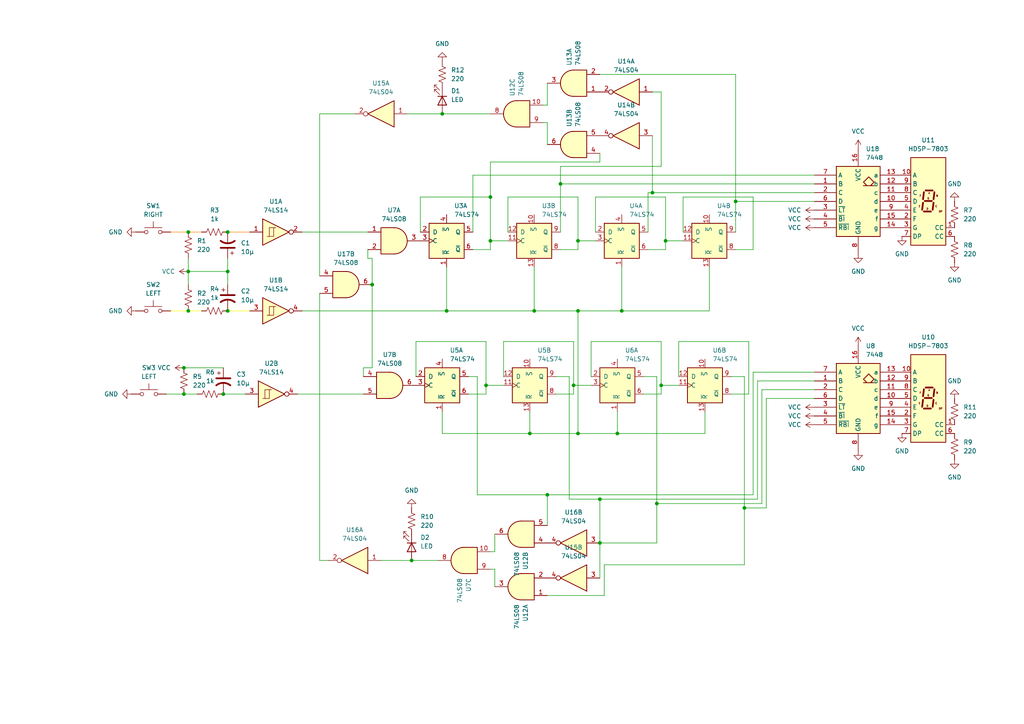
<source format=kicad_sch>
(kicad_sch (version 20231120) (generator "eeschema") (generator_version "8.0")
  (paper "A4")
  (lib_symbols
    (symbol "74xx:74LS04"
      (property "Reference" "U" (at 0 1.27 0))
      (property "Value" "74LS04" (at 0 -1.27 0))
      (symbol "74LS04_1_0"
        (polyline (pts (xy -3.81 3.81) (xy -3.81 -3.81) (xy 3.81 0) (xy -3.81 3.81)) (stroke (width 0.254)) (fill (type background)))
        (pin input line (at -7.62 0 0) (length 3.81) (name "~") (number "1"))
        (pin output inverted (at 7.62 0 180) (length 3.81) (name "~") (number "2"))
      )
      (symbol "74LS04_2_0"
        (polyline (pts (xy -3.81 3.81) (xy -3.81 -3.81) (xy 3.81 0) (xy -3.81 3.81)) (stroke (width 0.254)) (fill (type background)))
        (pin input line (at -7.62 0 0) (length 3.81) (name "~") (number "3"))
        (pin output inverted (at 7.62 0 180) (length 3.81) (name "~") (number "4"))
      )
      (symbol "74LS04_3_0"
        (polyline (pts (xy -3.81 3.81) (xy -3.81 -3.81) (xy 3.81 0) (xy -3.81 3.81)) (stroke (width 0.254)) (fill (type background)))
        (pin input line (at -7.62 0 0) (length 3.81) (name "~") (number "5"))
        (pin output inverted (at 7.62 0 180) (length 3.81) (name "~") (number "6"))
      )
      (symbol "74LS04_4_0"
        (polyline (pts (xy -3.81 3.81) (xy -3.81 -3.81) (xy 3.81 0) (xy -3.81 3.81)) (stroke (width 0.254)) (fill (type background)))
        (pin output inverted (at 7.62 0 180) (length 3.81) (name "~") (number "8"))
        (pin input line (at -7.62 0 0) (length 3.81) (name "~") (number "9"))
      )
      (symbol "74LS04_5_0"
        (polyline (pts (xy -3.81 3.81) (xy -3.81 -3.81) (xy 3.81 0) (xy -3.81 3.81)) (stroke (width 0.254)) (fill (type background)))
        (pin output inverted (at 7.62 0 180) (length 3.81) (name "~") (number "10"))
        (pin input line (at -7.62 0 0) (length 3.81) (name "~") (number "11"))
      )
      (symbol "74LS04_6_0"
        (polyline (pts (xy -3.81 3.81) (xy -3.81 -3.81) (xy 3.81 0) (xy -3.81 3.81)) (stroke (width 0.254)) (fill (type background)))
        (pin output inverted (at 7.62 0 180) (length 3.81) (name "~") (number "12"))
        (pin input line (at -7.62 0 0) (length 3.81) (name "~") (number "13"))
      )
      (symbol "74LS04_7_0"
        (pin power_in line (at 0 12.7 270) (length 5.08) (name "VCC") (number "14"))
        (pin power_in line (at 0 -12.7 90) (length 5.08) (name "GND") (number "7"))
      )
      (symbol "74LS04_7_1"
        (rectangle (start -5.08 7.62) (end 5.08 -7.62) (stroke (width 0.254)) (fill (type background)))
      )
    )
    (symbol "74xx:74LS08" (pin_names (offset 1.016))
      (property "Reference" "U" (at 0 1.27 0))
      (property "Value" "74LS08" (at 0 -1.27 0))
      (symbol "74LS08_1_1"
        (arc (start 0 -3.81) (mid 3.7934 0) (end 0 3.81) (stroke (width 0.254)) (fill (type background)))
        (polyline (pts (xy 0 3.81) (xy -3.81 3.81) (xy -3.81 -3.81) (xy 0 -3.81)) (stroke (width 0.254)) (fill (type background)))
        (pin input line (at -7.62 2.54 0) (length 3.81) (name "~") (number "1"))
        (pin input line (at -7.62 -2.54 0) (length 3.81) (name "~") (number "2"))
        (pin output line (at 7.62 0 180) (length 3.81) (name "~") (number "3"))
      )
      (symbol "74LS08_1_2"
        (arc (start -3.81 -3.81) (mid -2.589 0) (end -3.81 3.81) (stroke (width 0.254)))
        (arc (start -0.6096 -3.81) (mid 2.1842 -2.5851) (end 3.81 0) (stroke (width 0.254)) (fill (type background)))
        (polyline (pts (xy -3.81 -3.81) (xy -0.635 -3.81)) (stroke (width 0.254)) (fill (type background)))
        (polyline (pts (xy -3.81 3.81) (xy -0.635 3.81)) (stroke (width 0.254)) (fill (type background)))
        (polyline (pts (xy -0.635 3.81) (xy -3.81 3.81) (xy -3.81 3.81) (xy -3.556 3.4036) (xy -3.0226 2.2606) (xy -2.6924 1.0414) (xy -2.6162 -0.254) (xy -2.7686 -1.4986) (xy -3.175 -2.7178) (xy -3.81 -3.81) (xy -3.81 -3.81) (xy -0.635 -3.81)) (stroke (width -25.4)) (fill (type background)))
        (arc (start 3.81 0) (mid 2.1915 2.5936) (end -0.6096 3.81) (stroke (width 0.254)) (fill (type background)))
        (pin input inverted (at -7.62 2.54 0) (length 4.318) (name "~") (number "1"))
        (pin input inverted (at -7.62 -2.54 0) (length 4.318) (name "~") (number "2"))
        (pin output inverted (at 7.62 0 180) (length 3.81) (name "~") (number "3"))
      )
      (symbol "74LS08_2_1"
        (arc (start 0 -3.81) (mid 3.7934 0) (end 0 3.81) (stroke (width 0.254)) (fill (type background)))
        (polyline (pts (xy 0 3.81) (xy -3.81 3.81) (xy -3.81 -3.81) (xy 0 -3.81)) (stroke (width 0.254)) (fill (type background)))
        (pin input line (at -7.62 2.54 0) (length 3.81) (name "~") (number "4"))
        (pin input line (at -7.62 -2.54 0) (length 3.81) (name "~") (number "5"))
        (pin output line (at 7.62 0 180) (length 3.81) (name "~") (number "6"))
      )
      (symbol "74LS08_2_2"
        (arc (start -3.81 -3.81) (mid -2.589 0) (end -3.81 3.81) (stroke (width 0.254)))
        (arc (start -0.6096 -3.81) (mid 2.1842 -2.5851) (end 3.81 0) (stroke (width 0.254)) (fill (type background)))
        (polyline (pts (xy -3.81 -3.81) (xy -0.635 -3.81)) (stroke (width 0.254)) (fill (type background)))
        (polyline (pts (xy -3.81 3.81) (xy -0.635 3.81)) (stroke (width 0.254)) (fill (type background)))
        (polyline (pts (xy -0.635 3.81) (xy -3.81 3.81) (xy -3.81 3.81) (xy -3.556 3.4036) (xy -3.0226 2.2606) (xy -2.6924 1.0414) (xy -2.6162 -0.254) (xy -2.7686 -1.4986) (xy -3.175 -2.7178) (xy -3.81 -3.81) (xy -3.81 -3.81) (xy -0.635 -3.81)) (stroke (width -25.4)) (fill (type background)))
        (arc (start 3.81 0) (mid 2.1915 2.5936) (end -0.6096 3.81) (stroke (width 0.254)) (fill (type background)))
        (pin input inverted (at -7.62 2.54 0) (length 4.318) (name "~") (number "4"))
        (pin input inverted (at -7.62 -2.54 0) (length 4.318) (name "~") (number "5"))
        (pin output inverted (at 7.62 0 180) (length 3.81) (name "~") (number "6"))
      )
      (symbol "74LS08_3_1"
        (arc (start 0 -3.81) (mid 3.7934 0) (end 0 3.81) (stroke (width 0.254)) (fill (type background)))
        (polyline (pts (xy 0 3.81) (xy -3.81 3.81) (xy -3.81 -3.81) (xy 0 -3.81)) (stroke (width 0.254)) (fill (type background)))
        (pin input line (at -7.62 -2.54 0) (length 3.81) (name "~") (number "10"))
        (pin output line (at 7.62 0 180) (length 3.81) (name "~") (number "8"))
        (pin input line (at -7.62 2.54 0) (length 3.81) (name "~") (number "9"))
      )
      (symbol "74LS08_3_2"
        (arc (start -3.81 -3.81) (mid -2.589 0) (end -3.81 3.81) (stroke (width 0.254)))
        (arc (start -0.6096 -3.81) (mid 2.1842 -2.5851) (end 3.81 0) (stroke (width 0.254)) (fill (type background)))
        (polyline (pts (xy -3.81 -3.81) (xy -0.635 -3.81)) (stroke (width 0.254)) (fill (type background)))
        (polyline (pts (xy -3.81 3.81) (xy -0.635 3.81)) (stroke (width 0.254)) (fill (type background)))
        (polyline (pts (xy -0.635 3.81) (xy -3.81 3.81) (xy -3.81 3.81) (xy -3.556 3.4036) (xy -3.0226 2.2606) (xy -2.6924 1.0414) (xy -2.6162 -0.254) (xy -2.7686 -1.4986) (xy -3.175 -2.7178) (xy -3.81 -3.81) (xy -3.81 -3.81) (xy -0.635 -3.81)) (stroke (width -25.4)) (fill (type background)))
        (arc (start 3.81 0) (mid 2.1915 2.5936) (end -0.6096 3.81) (stroke (width 0.254)) (fill (type background)))
        (pin input inverted (at -7.62 -2.54 0) (length 4.318) (name "~") (number "10"))
        (pin output inverted (at 7.62 0 180) (length 3.81) (name "~") (number "8"))
        (pin input inverted (at -7.62 2.54 0) (length 4.318) (name "~") (number "9"))
      )
      (symbol "74LS08_4_1"
        (arc (start 0 -3.81) (mid 3.7934 0) (end 0 3.81) (stroke (width 0.254)) (fill (type background)))
        (polyline (pts (xy 0 3.81) (xy -3.81 3.81) (xy -3.81 -3.81) (xy 0 -3.81)) (stroke (width 0.254)) (fill (type background)))
        (pin output line (at 7.62 0 180) (length 3.81) (name "~") (number "11"))
        (pin input line (at -7.62 2.54 0) (length 3.81) (name "~") (number "12"))
        (pin input line (at -7.62 -2.54 0) (length 3.81) (name "~") (number "13"))
      )
      (symbol "74LS08_4_2"
        (arc (start -3.81 -3.81) (mid -2.589 0) (end -3.81 3.81) (stroke (width 0.254)))
        (arc (start -0.6096 -3.81) (mid 2.1842 -2.5851) (end 3.81 0) (stroke (width 0.254)) (fill (type background)))
        (polyline (pts (xy -3.81 -3.81) (xy -0.635 -3.81)) (stroke (width 0.254)) (fill (type background)))
        (polyline (pts (xy -3.81 3.81) (xy -0.635 3.81)) (stroke (width 0.254)) (fill (type background)))
        (polyline (pts (xy -0.635 3.81) (xy -3.81 3.81) (xy -3.81 3.81) (xy -3.556 3.4036) (xy -3.0226 2.2606) (xy -2.6924 1.0414) (xy -2.6162 -0.254) (xy -2.7686 -1.4986) (xy -3.175 -2.7178) (xy -3.81 -3.81) (xy -3.81 -3.81) (xy -0.635 -3.81)) (stroke (width -25.4)) (fill (type background)))
        (arc (start 3.81 0) (mid 2.1915 2.5936) (end -0.6096 3.81) (stroke (width 0.254)) (fill (type background)))
        (pin output inverted (at 7.62 0 180) (length 3.81) (name "~") (number "11"))
        (pin input inverted (at -7.62 2.54 0) (length 4.318) (name "~") (number "12"))
        (pin input inverted (at -7.62 -2.54 0) (length 4.318) (name "~") (number "13"))
      )
      (symbol "74LS08_5_0"
        (pin power_in line (at 0 12.7 270) (length 5.08) (name "VCC") (number "14"))
        (pin power_in line (at 0 -12.7 90) (length 5.08) (name "GND") (number "7"))
      )
      (symbol "74LS08_5_1"
        (rectangle (start -5.08 7.62) (end 5.08 -7.62) (stroke (width 0.254)) (fill (type background)))
      )
    )
    (symbol "74xx:74LS14" (pin_names (offset 1.016))
      (property "Reference" "U" (at 0 1.27 0))
      (property "Value" "74LS14" (at 0 -1.27 0))
      (symbol "74LS14_1_0"
        (polyline (pts (xy -3.81 3.81) (xy -3.81 -3.81) (xy 3.81 0) (xy -3.81 3.81)) (stroke (width 0.254)) (fill (type background)))
        (pin input line (at -7.62 0 0) (length 3.81) (name "~") (number "1"))
        (pin output inverted (at 7.62 0 180) (length 3.81) (name "~") (number "2"))
      )
      (symbol "74LS14_1_1"
        (polyline (pts (xy -1.905 -1.27) (xy -1.905 1.27) (xy -0.635 1.27)))
        (polyline (pts (xy -2.54 -1.27) (xy -0.635 -1.27) (xy -0.635 1.27) (xy 0 1.27)))
      )
      (symbol "74LS14_2_0"
        (polyline (pts (xy -3.81 3.81) (xy -3.81 -3.81) (xy 3.81 0) (xy -3.81 3.81)) (stroke (width 0.254)) (fill (type background)))
        (pin input line (at -7.62 0 0) (length 3.81) (name "~") (number "3"))
        (pin output inverted (at 7.62 0 180) (length 3.81) (name "~") (number "4"))
      )
      (symbol "74LS14_2_1"
        (polyline (pts (xy -1.905 -1.27) (xy -1.905 1.27) (xy -0.635 1.27)))
        (polyline (pts (xy -2.54 -1.27) (xy -0.635 -1.27) (xy -0.635 1.27) (xy 0 1.27)))
      )
      (symbol "74LS14_3_0"
        (polyline (pts (xy -3.81 3.81) (xy -3.81 -3.81) (xy 3.81 0) (xy -3.81 3.81)) (stroke (width 0.254)) (fill (type background)))
        (pin input line (at -7.62 0 0) (length 3.81) (name "~") (number "5"))
        (pin output inverted (at 7.62 0 180) (length 3.81) (name "~") (number "6"))
      )
      (symbol "74LS14_3_1"
        (polyline (pts (xy -1.905 -1.27) (xy -1.905 1.27) (xy -0.635 1.27)))
        (polyline (pts (xy -2.54 -1.27) (xy -0.635 -1.27) (xy -0.635 1.27) (xy 0 1.27)))
      )
      (symbol "74LS14_4_0"
        (polyline (pts (xy -3.81 3.81) (xy -3.81 -3.81) (xy 3.81 0) (xy -3.81 3.81)) (stroke (width 0.254)) (fill (type background)))
        (pin output inverted (at 7.62 0 180) (length 3.81) (name "~") (number "8"))
        (pin input line (at -7.62 0 0) (length 3.81) (name "~") (number "9"))
      )
      (symbol "74LS14_4_1"
        (polyline (pts (xy -1.905 -1.27) (xy -1.905 1.27) (xy -0.635 1.27)))
        (polyline (pts (xy -2.54 -1.27) (xy -0.635 -1.27) (xy -0.635 1.27) (xy 0 1.27)))
      )
      (symbol "74LS14_5_0"
        (polyline (pts (xy -3.81 3.81) (xy -3.81 -3.81) (xy 3.81 0) (xy -3.81 3.81)) (stroke (width 0.254)) (fill (type background)))
        (pin output inverted (at 7.62 0 180) (length 3.81) (name "~") (number "10"))
        (pin input line (at -7.62 0 0) (length 3.81) (name "~") (number "11"))
      )
      (symbol "74LS14_5_1"
        (polyline (pts (xy -1.905 -1.27) (xy -1.905 1.27) (xy -0.635 1.27)))
        (polyline (pts (xy -2.54 -1.27) (xy -0.635 -1.27) (xy -0.635 1.27) (xy 0 1.27)))
      )
      (symbol "74LS14_6_0"
        (polyline (pts (xy -3.81 3.81) (xy -3.81 -3.81) (xy 3.81 0) (xy -3.81 3.81)) (stroke (width 0.254)) (fill (type background)))
        (pin output inverted (at 7.62 0 180) (length 3.81) (name "~") (number "12"))
        (pin input line (at -7.62 0 0) (length 3.81) (name "~") (number "13"))
      )
      (symbol "74LS14_6_1"
        (polyline (pts (xy -1.905 -1.27) (xy -1.905 1.27) (xy -0.635 1.27)))
        (polyline (pts (xy -2.54 -1.27) (xy -0.635 -1.27) (xy -0.635 1.27) (xy 0 1.27)))
      )
      (symbol "74LS14_7_0"
        (pin power_in line (at 0 12.7 270) (length 5.08) (name "VCC") (number "14"))
        (pin power_in line (at 0 -12.7 90) (length 5.08) (name "GND") (number "7"))
      )
      (symbol "74LS14_7_1"
        (rectangle (start -5.08 7.62) (end 5.08 -7.62) (stroke (width 0.254)) (fill (type background)))
      )
    )
    (symbol "74xx:74LS74" (pin_names (offset 1.016))
      (property "Reference" "U" (at -7.62 8.89 0))
      (property "Value" "74LS74" (at -7.62 -8.89 0))
      (symbol "74LS74_1_0"
        (pin input line (at 0 -7.62 90) (length 2.54) (name "~{R}") (number "1"))
        (pin input line (at -7.62 2.54 0) (length 2.54) (name "D") (number "2"))
        (pin input clock (at -7.62 0 0) (length 2.54) (name "C") (number "3"))
        (pin input line (at 0 7.62 270) (length 2.54) (name "~{S}") (number "4"))
        (pin output line (at 7.62 2.54 180) (length 2.54) (name "Q") (number "5"))
        (pin output line (at 7.62 -2.54 180) (length 2.54) (name "~{Q}") (number "6"))
      )
      (symbol "74LS74_1_1"
        (rectangle (start -5.08 5.08) (end 5.08 -5.08) (stroke (width 0.254)) (fill (type background)))
      )
      (symbol "74LS74_2_0"
        (pin input line (at 0 7.62 270) (length 2.54) (name "~{S}") (number "10"))
        (pin input clock (at -7.62 0 0) (length 2.54) (name "C") (number "11"))
        (pin input line (at -7.62 2.54 0) (length 2.54) (name "D") (number "12"))
        (pin input line (at 0 -7.62 90) (length 2.54) (name "~{R}") (number "13"))
        (pin output line (at 7.62 -2.54 180) (length 2.54) (name "~{Q}") (number "8"))
        (pin output line (at 7.62 2.54 180) (length 2.54) (name "Q") (number "9"))
      )
      (symbol "74LS74_2_1"
        (rectangle (start -5.08 5.08) (end 5.08 -5.08) (stroke (width 0.254)) (fill (type background)))
      )
      (symbol "74LS74_3_0"
        (pin power_in line (at 0 10.16 270) (length 2.54) (name "VCC") (number "14"))
        (pin power_in line (at 0 -10.16 90) (length 2.54) (name "GND") (number "7"))
      )
      (symbol "74LS74_3_1"
        (rectangle (start -5.08 7.62) (end 5.08 -7.62) (stroke (width 0.254)) (fill (type background)))
      )
    )
    (symbol "74xx_IEEE:7448"
      (property "Reference" "U" (at 6.35 11.43 0))
      (property "Value" "7448" (at 8.89 -11.43 0))
      (symbol "7448_0_0"
        (rectangle (start -6.35 10.16) (end 6.35 -10.16) (stroke (width 0.254)) (fill (type background)))
        (polyline (pts (xy 3.556 4.572) (xy 4.572 5.588) (xy 3.048 7.112) (xy 1.524 5.588) (xy 2.54 4.572) (xy 1.524 4.572) (xy 4.572 4.572) (xy 4.572 4.572)) (stroke (width 0.254)) (fill (type background)))
        (pin power_in line (at 0 15.24 270) (length 5.08) (name "VCC") (number "16"))
        (pin power_in line (at 0 -15.24 90) (length 5.08) (name "GND") (number "8"))
      )
      (symbol "7448_1_1"
        (pin input line (at -12.7 5.08 0) (length 6.35) (name "B") (number "1"))
        (pin open_collector line (at 12.7 0 180) (length 6.35) (name "d") (number "10"))
        (pin open_collector line (at 12.7 2.54 180) (length 6.35) (name "c") (number "11"))
        (pin open_collector line (at 12.7 5.08 180) (length 6.35) (name "b") (number "12"))
        (pin open_collector line (at 12.7 7.62 180) (length 6.35) (name "a") (number "13"))
        (pin open_collector line (at 12.7 -7.62 180) (length 6.35) (name "g") (number "14"))
        (pin open_collector line (at 12.7 -5.08 180) (length 6.35) (name "f") (number "15"))
        (pin input line (at -12.7 2.54 0) (length 6.35) (name "C") (number "2"))
        (pin input line (at -12.7 -2.54 0) (length 6.35) (name "~{LT}") (number "3"))
        (pin input line (at -12.7 -5.08 0) (length 6.35) (name "~{BI}") (number "4"))
        (pin input line (at -12.7 -7.62 0) (length 6.35) (name "~{RBI}") (number "5"))
        (pin input line (at -12.7 0 0) (length 6.35) (name "D") (number "6"))
        (pin input line (at -12.7 7.62 0) (length 6.35) (name "A") (number "7"))
        (pin open_collector line (at 12.7 -2.54 180) (length 6.35) (name "e") (number "9"))
      )
    )
    (symbol "Device:C_Polarized_US" (pin_numbers hide) (pin_names (offset 0.254) hide)
      (property "Reference" "C" (at 0.635 2.54 0))
      (property "Value" "C_Polarized_US" (at 0.635 -2.54 0))
      (symbol "C_Polarized_US_0_1"
        (polyline (pts (xy -2.032 0.762) (xy 2.032 0.762)) (stroke (width 0.508)))
        (polyline (pts (xy -1.778 2.286) (xy -0.762 2.286)))
        (polyline (pts (xy -1.27 1.778) (xy -1.27 2.794)))
        (arc (start 2.032 -1.27) (mid 0 -0.5572) (end -2.032 -1.27) (stroke (width 0.508)))
      )
      (symbol "C_Polarized_US_1_1"
        (pin passive line (at 0 3.81 270) (length 2.794) (name "~") (number "1"))
        (pin passive line (at 0 -3.81 90) (length 3.302) (name "~") (number "2"))
      )
    )
    (symbol "Device:LED" (pin_numbers hide) (pin_names (offset 1.016) hide)
      (property "Reference" "D" (at 0 2.54 0))
      (property "Value" "LED" (at 0 -2.54 0))
      (symbol "LED_0_1"
        (polyline (pts (xy -1.27 -1.27) (xy -1.27 1.27)) (stroke (width 0.254)))
        (polyline (pts (xy -1.27 0) (xy 1.27 0)))
        (polyline (pts (xy 1.27 -1.27) (xy 1.27 1.27) (xy -1.27 0) (xy 1.27 -1.27)) (stroke (width 0.254)))
        (polyline (pts (xy -3.048 -0.762) (xy -4.572 -2.286) (xy -3.81 -2.286) (xy -4.572 -2.286) (xy -4.572 -1.524)))
        (polyline (pts (xy -1.778 -0.762) (xy -3.302 -2.286) (xy -2.54 -2.286) (xy -3.302 -2.286) (xy -3.302 -1.524)))
      )
      (symbol "LED_1_1"
        (pin passive line (at -3.81 0 0) (length 2.54) (name "K") (number "1"))
        (pin passive line (at 3.81 0 180) (length 2.54) (name "A") (number "2"))
      )
    )
    (symbol "Device:R_US" (pin_numbers hide) (pin_names (offset 0))
      (property "Reference" "R" (at 2.54 0 90))
      (property "Value" "R_US" (at -2.54 0 90))
      (symbol "R_US_0_1"
        (polyline (pts (xy 0 -2.286) (xy 0 -2.54)))
        (polyline (pts (xy 0 2.286) (xy 0 2.54)))
        (polyline (pts (xy 0 -0.762) (xy 1.016 -1.143) (xy 0 -1.524) (xy -1.016 -1.905) (xy 0 -2.286)))
        (polyline (pts (xy 0 0.762) (xy 1.016 0.381) (xy 0 0) (xy -1.016 -0.381) (xy 0 -0.762)))
        (polyline (pts (xy 0 2.286) (xy 1.016 1.905) (xy 0 1.524) (xy -1.016 1.143) (xy 0 0.762)))
      )
      (symbol "R_US_1_1"
        (pin passive line (at 0 3.81 270) (length 1.27) (name "~") (number "1"))
        (pin passive line (at 0 -3.81 90) (length 1.27) (name "~") (number "2"))
      )
    )
    (symbol "Display_Character:HDSP-7803"
      (property "Reference" "U" (at -3.81 13.97 0))
      (property "Value" "HDSP-7803" (at 6.35 13.97 0))
      (symbol "HDSP-7803_1_0"
        (text "A" (at 0.254 2.413 0) (effects (font (size 0.508 0.508))))
        (text "B" (at 2.54 1.651 0) (effects (font (size 0.508 0.508))))
        (text "C" (at 2.286 -1.397 0) (effects (font (size 0.508 0.508))))
        (text "D" (at -0.254 -2.159 0) (effects (font (size 0.508 0.508))))
        (text "DP" (at 3.556 -2.921 0) (effects (font (size 0.508 0.508))))
        (text "E" (at -2.54 -1.397 0) (effects (font (size 0.508 0.508))))
        (text "F" (at -2.286 1.651 0) (effects (font (size 0.508 0.508))))
        (text "G" (at 0 0.889 0) (effects (font (size 0.508 0.508))))
      )
      (symbol "HDSP-7803_1_1"
        (rectangle (start -5.08 12.7) (end 5.08 -12.7) (stroke (width 0.254)) (fill (type background)))
        (polyline (pts (xy -1.524 -0.381) (xy -1.778 -2.413)) (stroke (width 0.508)))
        (polyline (pts (xy -1.27 -2.921) (xy 0.762 -2.921)) (stroke (width 0.508)))
        (polyline (pts (xy -1.27 2.667) (xy -1.524 0.635)) (stroke (width 0.508)))
        (polyline (pts (xy -1.016 0.127) (xy 1.016 0.127)) (stroke (width 0.508)))
        (polyline (pts (xy -0.762 3.175) (xy 1.27 3.175)) (stroke (width 0.508)))
        (polyline (pts (xy 1.524 -0.381) (xy 1.27 -2.413)) (stroke (width 0.508)))
        (polyline (pts (xy 1.778 2.667) (xy 1.524 0.635)) (stroke (width 0.508)))
        (polyline (pts (xy 2.54 -2.921) (xy 2.54 -2.921)) (stroke (width 0.508)))
        (pin input line (at 7.62 -7.62 180) (length 2.54) (name "CC") (number "1"))
        (pin input line (at -7.62 7.62 0) (length 2.54) (name "A") (number "10"))
        (pin input line (at -7.62 -5.08 0) (length 2.54) (name "F") (number "2"))
        (pin input line (at -7.62 -7.62 0) (length 2.54) (name "G") (number "3"))
        (pin input line (at -7.62 -2.54 0) (length 2.54) (name "E") (number "4"))
        (pin input line (at -7.62 0 0) (length 2.54) (name "D") (number "5"))
        (pin input line (at 7.62 -10.16 180) (length 2.54) (name "CC") (number "6"))
        (pin input line (at -7.62 -10.16 0) (length 2.54) (name "DP") (number "7"))
        (pin input line (at -7.62 2.54 0) (length 2.54) (name "C") (number "8"))
        (pin input line (at -7.62 5.08 0) (length 2.54) (name "B") (number "9"))
      )
    )
    (symbol "Switch:SW_Push" (pin_numbers hide) (pin_names (offset 1.016) hide)
      (property "Reference" "SW" (at 1.27 2.54 0))
      (property "Value" "SW_Push" (at 0 -1.524 0))
      (symbol "SW_Push_0_1"
        (circle (center -2.032 0) (radius 0.508))
        (polyline (pts (xy 0 1.27) (xy 0 3.048)))
        (polyline (pts (xy 2.54 1.27) (xy -2.54 1.27)))
        (circle (center 2.032 0) (radius 0.508))
        (pin passive line (at -5.08 0 0) (length 2.54) (name "1") (number "1"))
        (pin passive line (at 5.08 0 180) (length 2.54) (name "2") (number "2"))
      )
    )
    (symbol "power:GND" (power) (pin_numbers hide) (pin_names (offset 0) hide)
      (property "Value" "GND" (at 0 -3.81 0))
      (symbol "GND_0_1"
        (polyline (pts (xy 0 0) (xy 0 -1.27) (xy 1.27 -1.27) (xy 0 -2.54) (xy -1.27 -1.27) (xy 0 -1.27)))
      )
      (symbol "GND_1_1"
        (pin power_in line (at 0 0 270) (length 0) (name "~") (number "1"))
      )
    )
    (symbol "power:VCC" (power) (pin_numbers hide) (pin_names (offset 0) hide)
      (property "Value" "VCC" (at 0 3.556 0))
      (symbol "VCC_0_1"
        (polyline (pts (xy -0.762 1.27) (xy 0 2.54)))
        (polyline (pts (xy 0 0) (xy 0 2.54)))
        (polyline (pts (xy 0 2.54) (xy 0.762 1.27)))
      )
      (symbol "VCC_1_1"
        (pin power_in line (at 0 0 90) (length 0) (name "~") (number "1"))
      )
    )
  )
  (junction (at 53.34 114.3))
  (junction (at 153.67 125.73))
  (junction (at 180.34 90.17))
  (junction (at 119.38 162.56))
  (junction (at 142.24 69.85))
  (junction (at 107.95 82.55))
  (junction (at 140.97 111.76))
  (junction (at 167.64 69.85))
  (junction (at 173.99 144.78))
  (junction (at 158.75 143.51))
  (junction (at 66.04 90.17))
  (junction (at 54.61 90.17))
  (junction (at 154.94 90.17))
  (junction (at 167.64 90.17))
  (junction (at 179.07 125.73))
  (junction (at 167.64 125.73))
  (junction (at 173.99 157.48))
  (junction (at 66.04 78.74))
  (junction (at 190.5 146.05))
  (junction (at 191.77 111.76))
  (junction (at 128.27 33.02))
  (junction (at 54.61 78.74))
  (junction (at 193.04 69.85))
  (junction (at 166.37 111.76))
  (junction (at 162.56 53.34))
  (junction (at 215.9 147.32))
  (junction (at 66.04 67.31))
  (junction (at 54.61 67.31))
  (junction (at 129.54 90.17))
  (junction (at 64.77 114.3))
  (junction (at 213.36 58.42))
  (junction (at 142.24 57.15))
  (junction (at 53.34 106.68))
  (junction (at 189.23 55.88))
  (wire (pts (xy 102.87 33.02) (xy 92.71 33.02)))
  (wire (pts (xy 167.64 125.73) (xy 179.07 125.73)))
  (wire (pts (xy 120.65 99.06) (xy 140.97 99.06)))
  (wire (pts (xy 49.53 67.31) (xy 54.61 67.31)) (stroke (width 0) (color 255 132 0 1)))
  (wire (pts (xy 187.96 67.31) (xy 187.96 55.88)))
  (wire (pts (xy 53.34 106.68) (xy 64.77 106.68)))
  (wire (pts (xy 48.26 114.3) (xy 53.34 114.3)))
  (wire (pts (xy 106.68 74.93) (xy 106.68 72.39)))
  (wire (pts (xy 196.85 109.22) (xy 196.85 99.06)))
  (wire (pts (xy 142.24 72.39) (xy 142.24 69.85)))
  (wire (pts (xy 173.99 157.48) (xy 190.5 157.48)))
  (wire (pts (xy 190.5 157.48) (xy 190.5 146.05)))
  (wire (pts (xy 215.9 163.83) (xy 215.9 147.32)))
  (wire (pts (xy 137.16 72.39) (xy 142.24 72.39)))
  (wire (pts (xy 158.75 172.72) (xy 175.26 172.72)))
  (wire (pts (xy 121.92 67.31) (xy 121.92 57.15)))
  (wire (pts (xy 218.44 143.51) (xy 218.44 107.95)))
  (wire (pts (xy 135.89 114.3) (xy 140.97 114.3)))
  (wire (pts (xy 191.77 111.76) (xy 196.85 111.76)))
  (wire (pts (xy 128.27 33.02) (xy 142.24 33.02)))
  (wire (pts (xy 217.17 99.06) (xy 217.17 114.3)))
  (wire (pts (xy 167.64 90.17) (xy 167.64 125.73)))
  (wire (pts (xy 198.12 67.31) (xy 198.12 57.15)))
  (wire (pts (xy 173.99 44.45) (xy 173.99 46.99)))
  (wire (pts (xy 213.36 21.59) (xy 213.36 58.42)))
  (wire (pts (xy 173.99 21.59) (xy 213.36 21.59)))
  (wire (pts (xy 186.69 109.22) (xy 190.5 109.22)))
  (wire (pts (xy 86.36 114.3) (xy 105.41 114.3)))
  (wire (pts (xy 236.22 50.8) (xy 137.16 50.8)))
  (wire (pts (xy 162.56 48.26) (xy 162.56 53.34)))
  (wire (pts (xy 162.56 67.31) (xy 162.56 53.34)))
  (wire (pts (xy 167.64 90.17) (xy 180.34 90.17)))
  (wire (pts (xy 140.97 111.76) (xy 146.05 111.76)))
  (wire (pts (xy 87.63 90.17) (xy 129.54 90.17)))
  (wire (pts (xy 143.51 160.02) (xy 143.51 154.94)))
  (wire (pts (xy 66.04 78.74) (xy 66.04 74.93)))
  (wire (pts (xy 222.25 115.57) (xy 236.22 115.57)))
  (wire (pts (xy 191.77 48.26) (xy 162.56 48.26)))
  (wire (pts (xy 128.27 125.73) (xy 128.27 119.38)))
  (wire (pts (xy 179.07 125.73) (xy 179.07 119.38)))
  (wire (pts (xy 129.54 90.17) (xy 154.94 90.17)))
  (wire (pts (xy 171.45 99.06) (xy 191.77 99.06)))
  (wire (pts (xy 220.98 113.03) (xy 236.22 113.03)))
  (wire (pts (xy 173.99 46.99) (xy 142.24 46.99)))
  (wire (pts (xy 179.07 125.73) (xy 204.47 125.73)))
  (wire (pts (xy 215.9 109.22) (xy 215.9 147.32)))
  (wire (pts (xy 54.61 90.17) (xy 58.42 90.17)) (stroke (width 0) (color 254 255 0 1)))
  (wire (pts (xy 158.75 143.51) (xy 158.75 152.4)))
  (wire (pts (xy 118.11 33.02) (xy 128.27 33.02)))
  (wire (pts (xy 166.37 111.76) (xy 171.45 111.76)))
  (wire (pts (xy 49.53 90.17) (xy 54.61 90.17)) (stroke (width 0) (color 254 255 0 1)))
  (wire (pts (xy 191.77 26.67) (xy 191.77 48.26)))
  (wire (pts (xy 66.04 90.17) (xy 72.39 90.17)) (stroke (width 0) (color 254 255 0 1)))
  (wire (pts (xy 161.29 109.22) (xy 165.1 109.22)))
  (wire (pts (xy 173.99 144.78) (xy 173.99 157.48)))
  (wire (pts (xy 166.37 99.06) (xy 166.37 111.76)))
  (wire (pts (xy 142.24 69.85) (xy 147.32 69.85)))
  (wire (pts (xy 193.04 72.39) (xy 193.04 69.85)))
  (wire (pts (xy 172.72 57.15) (xy 193.04 57.15)))
  (wire (pts (xy 66.04 82.55) (xy 66.04 78.74)))
  (wire (pts (xy 193.04 57.15) (xy 193.04 69.85)))
  (wire (pts (xy 107.95 74.93) (xy 106.68 74.93)))
  (wire (pts (xy 191.77 99.06) (xy 191.77 111.76)))
  (wire (pts (xy 187.96 72.39) (xy 193.04 72.39)))
  (wire (pts (xy 121.92 57.15) (xy 142.24 57.15)))
  (wire (pts (xy 205.74 90.17) (xy 205.74 77.47)))
  (wire (pts (xy 189.23 26.67) (xy 191.77 26.67)))
  (wire (pts (xy 92.71 33.02) (xy 92.71 80.01)))
  (wire (pts (xy 175.26 163.83) (xy 215.9 163.83)))
  (wire (pts (xy 190.5 109.22) (xy 190.5 146.05)))
  (wire (pts (xy 87.63 67.31) (xy 106.68 67.31)))
  (wire (pts (xy 171.45 109.22) (xy 171.45 99.06)))
  (wire (pts (xy 95.25 162.56) (xy 92.71 162.56)))
  (wire (pts (xy 137.16 50.8) (xy 137.16 67.31)))
  (wire (pts (xy 158.75 30.48) (xy 158.75 24.13)))
  (wire (pts (xy 158.75 41.91) (xy 158.75 35.56)))
  (wire (pts (xy 147.32 57.15) (xy 167.64 57.15)))
  (wire (pts (xy 219.71 144.78) (xy 219.71 110.49)))
  (wire (pts (xy 154.94 77.47) (xy 154.94 90.17)))
  (wire (pts (xy 193.04 69.85) (xy 198.12 69.85)))
  (wire (pts (xy 161.29 114.3) (xy 166.37 114.3)))
  (wire (pts (xy 138.43 109.22) (xy 138.43 143.51)))
  (wire (pts (xy 158.75 143.51) (xy 218.44 143.51)))
  (wire (pts (xy 220.98 146.05) (xy 220.98 113.03)))
  (wire (pts (xy 165.1 109.22) (xy 165.1 144.78)))
  (wire (pts (xy 167.64 69.85) (xy 172.72 69.85)))
  (wire (pts (xy 219.71 110.49) (xy 236.22 110.49)))
  (wire (pts (xy 143.51 170.18) (xy 143.51 165.1)))
  (wire (pts (xy 165.1 144.78) (xy 173.99 144.78)))
  (wire (pts (xy 105.41 106.68) (xy 107.95 106.68)))
  (wire (pts (xy 173.99 157.48) (xy 173.99 167.64)))
  (wire (pts (xy 142.24 160.02) (xy 143.51 160.02)))
  (wire (pts (xy 142.24 57.15) (xy 142.24 69.85)))
  (wire (pts (xy 135.89 109.22) (xy 138.43 109.22)))
  (wire (pts (xy 196.85 99.06) (xy 217.17 99.06)))
  (wire (pts (xy 190.5 146.05) (xy 220.98 146.05)))
  (wire (pts (xy 204.47 125.73) (xy 204.47 119.38)))
  (wire (pts (xy 167.64 57.15) (xy 167.64 69.85)))
  (wire (pts (xy 107.95 82.55) (xy 107.95 74.93)))
  (wire (pts (xy 158.75 35.56) (xy 157.48 35.56)))
  (wire (pts (xy 167.64 125.73) (xy 153.67 125.73)))
  (wire (pts (xy 105.41 109.22) (xy 105.41 106.68)))
  (wire (pts (xy 215.9 147.32) (xy 222.25 147.32)))
  (wire (pts (xy 162.56 72.39) (xy 167.64 72.39)))
  (wire (pts (xy 172.72 67.31) (xy 172.72 57.15)))
  (wire (pts (xy 222.25 147.32) (xy 222.25 115.57)))
  (wire (pts (xy 189.23 39.37) (xy 189.23 55.88)))
  (wire (pts (xy 92.71 162.56) (xy 92.71 85.09)))
  (wire (pts (xy 66.04 67.31) (xy 72.39 67.31)) (stroke (width 0) (color 255 132 0 1)))
  (wire (pts (xy 147.32 67.31) (xy 147.32 57.15)))
  (wire (pts (xy 153.67 125.73) (xy 128.27 125.73)))
  (wire (pts (xy 119.38 162.56) (xy 127 162.56)))
  (wire (pts (xy 162.56 53.34) (xy 236.22 53.34)))
  (wire (pts (xy 213.36 67.31) (xy 213.36 58.42)))
  (wire (pts (xy 218.44 72.39) (xy 213.36 72.39)))
  (wire (pts (xy 166.37 114.3) (xy 166.37 111.76)))
  (wire (pts (xy 54.61 78.74) (xy 54.61 82.55)))
  (wire (pts (xy 54.61 78.74) (xy 54.61 74.93)))
  (wire (pts (xy 180.34 77.47) (xy 180.34 90.17)))
  (wire (pts (xy 186.69 114.3) (xy 191.77 114.3)))
  (wire (pts (xy 146.05 99.06) (xy 166.37 99.06)))
  (wire (pts (xy 217.17 114.3) (xy 212.09 114.3)))
  (wire (pts (xy 143.51 165.1) (xy 142.24 165.1)))
  (wire (pts (xy 157.48 30.48) (xy 158.75 30.48)))
  (wire (pts (xy 180.34 90.17) (xy 205.74 90.17)))
  (wire (pts (xy 53.34 114.3) (xy 57.15 114.3)))
  (wire (pts (xy 187.96 55.88) (xy 189.23 55.88)))
  (wire (pts (xy 189.23 55.88) (xy 236.22 55.88)))
  (wire (pts (xy 218.44 107.95) (xy 236.22 107.95)))
  (wire (pts (xy 138.43 143.51) (xy 158.75 143.51)))
  (wire (pts (xy 167.64 72.39) (xy 167.64 69.85)))
  (wire (pts (xy 107.95 106.68) (xy 107.95 82.55)))
  (wire (pts (xy 54.61 78.74) (xy 66.04 78.74)))
  (wire (pts (xy 120.65 99.06) (xy 120.65 109.22)))
  (wire (pts (xy 54.61 67.31) (xy 58.42 67.31)) (stroke (width 0) (color 255 132 0 1)))
  (wire (pts (xy 213.36 58.42) (xy 236.22 58.42)))
  (wire (pts (xy 64.77 114.3) (xy 71.12 114.3)))
  (wire (pts (xy 191.77 114.3) (xy 191.77 111.76)))
  (wire (pts (xy 198.12 57.15) (xy 218.44 57.15)))
  (wire (pts (xy 218.44 57.15) (xy 218.44 72.39)))
  (wire (pts (xy 140.97 99.06) (xy 140.97 111.76)))
  (wire (pts (xy 129.54 77.47) (xy 129.54 90.17)))
  (wire (pts (xy 154.94 90.17) (xy 167.64 90.17)))
  (wire (pts (xy 153.67 125.73) (xy 153.67 119.38)))
  (wire (pts (xy 110.49 162.56) (xy 119.38 162.56)))
  (wire (pts (xy 140.97 114.3) (xy 140.97 111.76)))
  (wire (pts (xy 175.26 172.72) (xy 175.26 163.83)))
  (wire (pts (xy 146.05 109.22) (xy 146.05 99.06)))
  (wire (pts (xy 173.99 144.78) (xy 219.71 144.78)))
  (wire (pts (xy 142.24 46.99) (xy 142.24 57.15)))
  (wire (pts (xy 212.09 109.22) (xy 215.9 109.22)))
  (symbol (lib_id "74xx:74LS74") (at 180.34 69.85 0) (unit 1)
    (property "Reference" "U4" (at 182.5341 59.69 0) (effects (justify left)))
    (property "Value" "74LS74" (at 182.5341 62.23 0) (effects (justify left)))
    (property "Datasheet" "74xx/74hc_hct74.pdf" (effects (hide yes)))
    (property "Description" "Dual D Flip-flop, Set & Reset" (effects (hide yes)))
  )
  (symbol (lib_id "74xx:74LS04") (at 166.37 157.48 180) (unit 2)
    (property "Reference" "U16" (at 166.37 148.59 0))
    (property "Value" "74LS04" (at 166.37 151.13 0))
    (property "Datasheet" "http://www.ti.com/lit/gpn/sn74LS04" (effects (hide yes)))
    (property "Description" "Hex Inverter" (effects (hide yes)))
  )
  (symbol (lib_id "Device:R_US") (at 119.38 151.13 180) (unit 1)
    (property "Reference" "R10" (at 121.92 149.8599 0) (effects (justify right)))
    (property "Value" "220" (at 121.92 152.3999 0) (effects (justify right)))
    (property "Description" "Resistor, US symbol" (effects (hide yes)))
  )
  (symbol (lib_id "74xx_IEEE:7448") (at 248.92 58.42 0) (unit 1)
    (property "Reference" "U18" (at 251.1141 43.18 0) (effects (justify left)))
    (property "Value" "7448" (at 251.1141 45.72 0) (effects (justify left)))
  )
  (symbol (lib_id "74xx:74LS08") (at 100.33 82.55 0) (unit 2)
    (property "Reference" "U17" (at 100.3217 73.66 0))
    (property "Value" "74LS08" (at 100.3217 76.2 0))
    (property "Datasheet" "http://www.ti.com/lit/gpn/sn74LS08" (effects (hide yes)))
    (property "Description" "Quad And2" (effects (hide yes)))
  )
  (symbol (lib_id "Device:R_US") (at 276.86 72.39 180) (unit 1)
    (property "Reference" "R8" (at 279.4 71.1199 0) (effects (justify right)))
    (property "Value" "220" (at 279.4 73.6599 0) (effects (justify right)))
    (property "Description" "Resistor, US symbol" (effects (hide yes)))
  )
  (symbol (lib_id "74xx:74LS74") (at 128.27 111.76 0) (unit 1)
    (property "Reference" "U5" (at 130.4641 101.6 0) (effects (justify left)))
    (property "Value" "74LS74" (at 130.4641 104.14 0) (effects (justify left)))
    (property "Datasheet" "74xx/74hc_hct74.pdf" (effects (hide yes)))
    (property "Description" "Dual D Flip-flop, Set & Reset" (effects (hide yes)))
  )
  (symbol (lib_id "Device:C_Polarized_US") (at 66.04 71.12 180) (unit 1)
    (property "Reference" "C1" (at 69.85 70.4849 0) (effects (justify right)))
    (property "Value" "10μ" (at 69.85 73.0249 0) (effects (justify right)))
    (property "Description" "Polarized capacitor, US symbol" (effects (hide yes)))
  )
  (symbol (lib_id "Switch:SW_Push") (at 43.18 114.3 0) (unit 1)
    (property "Reference" "SW3" (at 43.18 106.68 0))
    (property "Value" "LEFT" (at 43.18 109.22 0))
    (property "Description" "Push button switch, generic, two pins" (effects (hide yes)))
  )
  (symbol (lib_id "Device:R_US") (at 54.61 86.36 0) (unit 1)
    (property "Reference" "R2" (at 57.15 85.0899 0) (effects (justify left)))
    (property "Value" "220" (at 57.15 87.6299 0) (effects (justify left)))
    (property "Description" "Resistor, US symbol" (effects (hide yes)))
  )
  (symbol (lib_id "power:GND") (at 39.37 90.17 270) (unit 1)
    (property "Reference" "#PWR02" (effects (hide yes)))
    (property "Value" "GND" (at 35.56 90.1699 90) (effects (justify right)))
    (property "Description" "Power symbol creates a global label with name \"GND\" , ground" (effects (hide yes)))
  )
  (symbol (lib_id "74xx:74LS08") (at 151.13 154.94 180) (unit 2)
    (property "Reference" "U12" (at 152.4084 160.02 90) (effects (justify left)))
    (property "Value" "74LS08" (at 149.8684 160.02 90) (effects (justify left)))
    (property "Datasheet" "http://www.ti.com/lit/gpn/sn74LS08" (effects (hide yes)))
    (property "Description" "Quad And2" (effects (hide yes)))
  )
  (symbol (lib_id "Device:LED") (at 128.27 29.21 270) (unit 1)
    (property "Reference" "D1" (at 130.81 26.3524 90) (effects (justify left)))
    (property "Value" "LED" (at 130.81 28.8924 90) (effects (justify left)))
    (property "Description" "Light emitting diode" (effects (hide yes)))
  )
  (symbol (lib_id "power:GND") (at 276.86 133.35 0) (unit 1)
    (property "Reference" "#PWR032" (effects (hide yes)))
    (property "Value" "GND" (at 276.86 138.43 0))
    (property "Description" "Power symbol creates a global label with name \"GND\" , ground" (effects (hide yes)))
  )
  (symbol (lib_id "74xx:74LS08") (at 134.62 162.56 180) (unit 3)
    (property "Reference" "U7" (at 135.8984 167.64 90) (effects (justify left)))
    (property "Value" "74LS08" (at 133.3584 167.64 90) (effects (justify left)))
    (property "Datasheet" "http://www.ti.com/lit/gpn/sn74LS08" (effects (hide yes)))
    (property "Description" "Quad And2" (effects (hide yes)))
  )
  (symbol (lib_id "74xx:74LS04") (at 181.61 39.37 180) (unit 2)
    (property "Reference" "U14" (at 181.61 30.48 0))
    (property "Value" "74LS04" (at 181.61 33.02 0))
    (property "Datasheet" "http://www.ti.com/lit/gpn/sn74LS04" (effects (hide yes)))
    (property "Description" "Hex Inverter" (effects (hide yes)))
  )
  (symbol (lib_id "Display_Character:HDSP-7803") (at 269.24 115.57 0) (unit 1)
    (property "Reference" "U10" (at 269.24 97.79 0))
    (property "Value" "HDSP-7803" (at 269.24 100.33 0))
    (property "Footprint" "Display_7Segment:HDSP-7801" (effects (hide yes)))
    (property "Datasheet" "https://docs.broadcom.com/docs/AV02-2553EN" (effects (hide yes)))
    (property "Description" "One digit 7 segment green, common cathode" (effects (hide yes)))
  )
  (symbol (lib_id "power:GND") (at 261.62 68.58 0) (unit 1)
    (property "Reference" "#PWR028" (effects (hide yes)))
    (property "Value" "GND" (at 261.62 73.66 0))
    (property "Description" "Power symbol creates a global label with name \"GND\" , ground" (effects (hide yes)))
  )
  (symbol (lib_id "74xx:74LS08") (at 166.37 41.91 180) (unit 2)
    (property "Reference" "U13" (at 165.1082 36.83 90) (effects (justify right)))
    (property "Value" "74LS08" (at 167.6482 36.83 90) (effects (justify right)))
    (property "Datasheet" "http://www.ti.com/lit/gpn/sn74LS08" (effects (hide yes)))
    (property "Description" "Quad And2" (effects (hide yes)))
  )
  (symbol (lib_id "74xx:74LS04") (at 181.61 26.67 180) (unit 1)
    (property "Reference" "U14" (at 181.61 17.78 0))
    (property "Value" "74LS04" (at 181.61 20.32 0))
    (property "Datasheet" "http://www.ti.com/lit/gpn/sn74LS04" (effects (hide yes)))
    (property "Description" "Hex Inverter" (effects (hide yes)))
  )
  (symbol (lib_id "power:GND") (at 276.86 76.2 0) (unit 1)
    (property "Reference" "#PWR029" (effects (hide yes)))
    (property "Value" "GND" (at 276.86 81.28 0))
    (property "Description" "Power symbol creates a global label with name \"GND\" , ground" (effects (hide yes)))
  )
  (symbol (lib_id "Device:C_Polarized_US") (at 66.04 86.36 0) (unit 1)
    (property "Reference" "C2" (at 69.85 84.4549 0) (effects (justify left)))
    (property "Value" "10μ" (at 69.85 86.9949 0) (effects (justify left)))
    (property "Description" "Polarized capacitor, US symbol" (effects (hide yes)))
  )
  (symbol (lib_id "Device:R_US") (at 128.27 21.59 180) (unit 1)
    (property "Reference" "R12" (at 130.81 20.3199 0) (effects (justify right)))
    (property "Value" "220" (at 130.81 22.8599 0) (effects (justify right)))
    (property "Description" "Resistor, US symbol" (effects (hide yes)))
  )
  (symbol (lib_id "Device:C_Polarized_US") (at 64.77 110.49 0) (unit 1)
    (property "Reference" "C3" (at 68.58 108.5849 0) (effects (justify left)))
    (property "Value" "10μ" (at 68.58 111.1249 0) (effects (justify left)))
    (property "Description" "Polarized capacitor, US symbol" (effects (hide yes)))
  )
  (symbol (lib_id "Device:LED") (at 119.38 158.75 270) (unit 1)
    (property "Reference" "D2" (at 121.92 155.8924 90) (effects (justify left)))
    (property "Value" "LED" (at 121.92 158.4324 90) (effects (justify left)))
    (property "Description" "Light emitting diode" (effects (hide yes)))
  )
  (symbol (lib_id "power:VCC") (at 236.22 118.11 90) (unit 1)
    (property "Reference" "#PWR09" (effects (hide yes)))
    (property "Value" "VCC" (at 232.41 118.1099 90) (effects (justify left)))
    (property "Description" "Power symbol creates a global label with name \"VCC\"" (effects (hide yes)))
  )
  (symbol (lib_id "power:VCC") (at 236.22 120.65 90) (unit 1)
    (property "Reference" "#PWR010" (effects (hide yes)))
    (property "Value" "VCC" (at 232.41 120.6499 90) (effects (justify left)))
    (property "Description" "Power symbol creates a global label with name \"VCC\"" (effects (hide yes)))
  )
  (symbol (lib_id "power:VCC") (at 53.34 106.68 90) (unit 1)
    (property "Reference" "#PWR04" (effects (hide yes)))
    (property "Value" "VCC" (at 49.53 106.6799 90) (effects (justify left)))
    (property "Description" "Power symbol creates a global label with name \"VCC\"" (effects (hide yes)))
  )
  (symbol (lib_id "74xx:74LS74") (at 204.47 111.76 0) (unit 2)
    (property "Reference" "U6" (at 206.6641 101.6 0) (effects (justify left)))
    (property "Value" "74LS74" (at 206.6641 104.14 0) (effects (justify left)))
    (property "Datasheet" "74xx/74hc_hct74.pdf" (effects (hide yes)))
    (property "Description" "Dual D Flip-flop, Set & Reset" (effects (hide yes)))
  )
  (symbol (lib_id "Device:R_US") (at 54.61 71.12 180) (unit 1)
    (property "Reference" "R1" (at 57.15 69.8499 0) (effects (justify right)))
    (property "Value" "220" (at 57.15 72.3899 0) (effects (justify right)))
    (property "Description" "Resistor, US symbol" (effects (hide yes)))
  )
  (symbol (lib_id "74xx:74LS08") (at 113.03 111.76 0) (unit 2)
    (property "Reference" "U7" (at 113.0217 102.87 0))
    (property "Value" "74LS08" (at 113.0217 105.41 0))
    (property "Datasheet" "http://www.ti.com/lit/gpn/sn74LS08" (effects (hide yes)))
    (property "Description" "Quad And2" (effects (hide yes)))
  )
  (symbol (lib_id "74xx:74LS74") (at 153.67 111.76 0) (unit 2)
    (property "Reference" "U5" (at 155.8641 101.6 0) (effects (justify left)))
    (property "Value" "74LS74" (at 155.8641 104.14 0) (effects (justify left)))
    (property "Datasheet" "74xx/74hc_hct74.pdf" (effects (hide yes)))
    (property "Description" "Dual D Flip-flop, Set & Reset" (effects (hide yes)))
  )
  (symbol (lib_id "power:VCC") (at 236.22 66.04 90) (unit 1)
    (property "Reference" "#PWR08" (effects (hide yes)))
    (property "Value" "VCC" (at 232.41 66.0399 90) (effects (justify left)))
    (property "Description" "Power symbol creates a global label with name \"VCC\"" (effects (hide yes)))
  )
  (symbol (lib_id "power:GND") (at 248.92 73.66 0) (unit 1)
    (property "Reference" "#PWR024" (effects (hide yes)))
    (property "Value" "GND" (at 248.92 78.74 0))
    (property "Description" "Power symbol creates a global label with name \"GND\" , ground" (effects (hide yes)))
  )
  (symbol (lib_id "Device:R_US") (at 62.23 90.17 90) (unit 1)
    (property "Reference" "R4" (at 62.23 83.82 90))
    (property "Value" "1k" (at 62.23 86.36 90))
    (property "Description" "Resistor, US symbol" (effects (hide yes)))
  )
  (symbol (lib_id "power:GND") (at 276.86 58.42 180) (unit 1)
    (property "Reference" "#PWR030" (effects (hide yes)))
    (property "Value" "GND" (at 276.86 53.34 0))
    (property "Description" "Power symbol creates a global label with name \"GND\" , ground" (effects (hide yes)))
  )
  (symbol (lib_id "power:GND") (at 248.92 130.81 0) (unit 1)
    (property "Reference" "#PWR013" (effects (hide yes)))
    (property "Value" "GND" (at 248.92 135.89 0))
    (property "Description" "Power symbol creates a global label with name \"GND\" , ground" (effects (hide yes)))
  )
  (symbol (lib_id "power:VCC") (at 236.22 63.5 90) (unit 1)
    (property "Reference" "#PWR07" (effects (hide yes)))
    (property "Value" "VCC" (at 232.41 63.4999 90) (effects (justify left)))
    (property "Description" "Power symbol creates a global label with name \"VCC\"" (effects (hide yes)))
  )
  (symbol (lib_id "74xx_IEEE:7448") (at 248.92 115.57 0) (unit 1)
    (property "Reference" "U8" (at 251.1141 100.33 0) (effects (justify left)))
    (property "Value" "7448" (at 251.1141 102.87 0) (effects (justify left)))
  )
  (symbol (lib_id "Device:R_US") (at 62.23 67.31 90) (unit 1)
    (property "Reference" "R3" (at 62.23 60.96 90))
    (property "Value" "1k" (at 62.23 63.5 90))
    (property "Description" "Resistor, US symbol" (effects (hide yes)))
  )
  (symbol (lib_id "Device:R_US") (at 53.34 110.49 0) (unit 1)
    (property "Reference" "R5" (at 55.88 109.2199 0) (effects (justify left)))
    (property "Value" "220" (at 55.88 111.7599 0) (effects (justify left)))
    (property "Description" "Resistor, US symbol" (effects (hide yes)))
  )
  (symbol (lib_id "74xx:74LS74") (at 129.54 69.85 0) (unit 1)
    (property "Reference" "U3" (at 131.7341 59.69 0) (effects (justify left)))
    (property "Value" "74LS74" (at 131.7341 62.23 0) (effects (justify left)))
    (property "Datasheet" "74xx/74hc_hct74.pdf" (effects (hide yes)))
    (property "Description" "Dual D Flip-flop, Set & Reset" (effects (hide yes)))
  )
  (symbol (lib_id "power:GND") (at 261.62 125.73 0) (unit 1)
    (property "Reference" "#PWR031" (effects (hide yes)))
    (property "Value" "GND" (at 261.62 130.81 0))
    (property "Description" "Power symbol creates a global label with name \"GND\" , ground" (effects (hide yes)))
  )
  (symbol (lib_id "74xx:74LS14") (at 80.01 90.17 0) (unit 2)
    (property "Reference" "U1" (at 80.01 81.28 0))
    (property "Value" "74LS14" (at 80.01 83.82 0))
    (property "Datasheet" "http://www.ti.com/lit/gpn/sn74LS14" (effects (hide yes)))
    (property "Description" "Hex inverter schmitt trigger" (effects (hide yes)))
  )
  (symbol (lib_id "74xx:74LS74") (at 154.94 69.85 0) (unit 2)
    (property "Reference" "U3" (at 157.1341 59.69 0) (effects (justify left)))
    (property "Value" "74LS74" (at 157.1341 62.23 0) (effects (justify left)))
    (property "Datasheet" "74xx/74hc_hct74.pdf" (effects (hide yes)))
    (property "Description" "Dual D Flip-flop, Set & Reset" (effects (hide yes)))
  )
  (symbol (lib_id "power:GND") (at 39.37 67.31 270) (unit 1)
    (property "Reference" "#PWR01" (effects (hide yes)))
    (property "Value" "GND" (at 35.56 67.3099 90) (effects (justify right)))
    (property "Description" "Power symbol creates a global label with name \"GND\" , ground" (effects (hide yes)))
  )
  (symbol (lib_id "74xx:74LS08") (at 149.86 33.02 180) (unit 3)
    (property "Reference" "U12" (at 148.5982 27.94 90) (effects (justify right)))
    (property "Value" "74LS08" (at 151.1382 27.94 90) (effects (justify right)))
    (property "Datasheet" "http://www.ti.com/lit/gpn/sn74LS08" (effects (hide yes)))
    (property "Description" "Quad And2" (effects (hide yes)))
  )
  (symbol (lib_id "Device:R_US") (at 276.86 119.38 180) (unit 1)
    (property "Reference" "R11" (at 279.4 118.1099 0) (effects (justify right)))
    (property "Value" "220" (at 279.4 120.6499 0) (effects (justify right)))
    (property "Description" "Resistor, US symbol" (effects (hide yes)))
  )
  (symbol (lib_id "74xx:74LS14") (at 80.01 67.31 0) (unit 1)
    (property "Reference" "U1" (at 80.01 58.42 0))
    (property "Value" "74LS14" (at 80.01 60.96 0))
    (property "Datasheet" "http://www.ti.com/lit/gpn/sn74LS14" (effects (hide yes)))
    (property "Description" "Hex inverter schmitt trigger" (effects (hide yes)))
  )
  (symbol (lib_id "power:GND") (at 276.86 115.57 180) (unit 1)
    (property "Reference" "#PWR034" (effects (hide yes)))
    (property "Value" "GND" (at 276.86 110.49 0))
    (property "Description" "Power symbol creates a global label with name \"GND\" , ground" (effects (hide yes)))
  )
  (symbol (lib_id "74xx:74LS74") (at 205.74 69.85 0) (unit 2)
    (property "Reference" "U4" (at 207.9341 59.69 0) (effects (justify left)))
    (property "Value" "74LS74" (at 207.9341 62.23 0) (effects (justify left)))
    (property "Datasheet" "74xx/74hc_hct74.pdf" (effects (hide yes)))
    (property "Description" "Dual D Flip-flop, Set & Reset" (effects (hide yes)))
  )
  (symbol (lib_id "74xx:74LS08") (at 151.13 170.18 180) (unit 1)
    (property "Reference" "U12" (at 152.4084 175.26 90) (effects (justify left)))
    (property "Value" "74LS08" (at 149.8684 175.26 90) (effects (justify left)))
    (property "Datasheet" "http://www.ti.com/lit/gpn/sn74LS08" (effects (hide yes)))
    (property "Description" "Quad And2" (effects (hide yes)))
  )
  (symbol (lib_id "Device:R_US") (at 276.86 62.23 180) (unit 1)
    (property "Reference" "R7" (at 279.4 60.9599 0) (effects (justify right)))
    (property "Value" "220" (at 279.4 63.4999 0) (effects (justify right)))
    (property "Description" "Resistor, US symbol" (effects (hide yes)))
  )
  (symbol (lib_id "power:VCC") (at 236.22 60.96 90) (unit 1)
    (property "Reference" "#PWR06" (effects (hide yes)))
    (property "Value" "VCC" (at 232.41 60.9599 90) (effects (justify left)))
    (property "Description" "Power symbol creates a global label with name \"VCC\"" (effects (hide yes)))
  )
  (symbol (lib_id "power:VCC") (at 236.22 123.19 90) (unit 1)
    (property "Reference" "#PWR011" (effects (hide yes)))
    (property "Value" "VCC" (at 232.41 123.1899 90) (effects (justify left)))
    (property "Description" "Power symbol creates a global label with name \"VCC\"" (effects (hide yes)))
  )
  (symbol (lib_id "Switch:SW_Push") (at 44.45 67.31 0) (unit 1)
    (property "Reference" "SW1" (at 44.45 59.69 0))
    (property "Value" "RIGHT" (at 44.45 62.23 0))
    (property "Description" "Push button switch, generic, two pins" (effects (hide yes)))
  )
  (symbol (lib_id "74xx:74LS04") (at 110.49 33.02 180) (unit 1)
    (property "Reference" "U15" (at 110.49 24.13 0))
    (property "Value" "74LS04" (at 110.49 26.67 0))
    (property "Datasheet" "http://www.ti.com/lit/gpn/sn74LS04" (effects (hide yes)))
    (property "Description" "Hex Inverter" (effects (hide yes)))
  )
  (symbol (lib_id "power:GND") (at 119.38 147.32 180) (unit 1)
    (property "Reference" "#PWR033" (effects (hide yes)))
    (property "Value" "GND" (at 119.38 142.24 0))
    (property "Description" "Power symbol creates a global label with name \"GND\" , ground" (effects (hide yes)))
  )
  (symbol (lib_id "power:VCC") (at 54.61 78.74 90) (unit 1)
    (property "Reference" "#PWR03" (effects (hide yes)))
    (property "Value" "VCC" (at 50.8 78.7399 90) (effects (justify left)))
    (property "Description" "Power symbol creates a global label with name \"VCC\"" (effects (hide yes)))
  )
  (symbol (lib_id "power:GND") (at 38.1 114.3 270) (unit 1)
    (property "Reference" "#PWR05" (effects (hide yes)))
    (property "Value" "GND" (at 34.29 114.2999 90) (effects (justify right)))
    (property "Description" "Power symbol creates a global label with name \"GND\" , ground" (effects (hide yes)))
  )
  (symbol (lib_id "Device:R_US") (at 276.86 129.54 180) (unit 1)
    (property "Reference" "R9" (at 279.4 128.2699 0) (effects (justify right)))
    (property "Value" "220" (at 279.4 130.8099 0) (effects (justify right)))
    (property "Description" "Resistor, US symbol" (effects (hide yes)))
  )
  (symbol (lib_id "74xx:74LS08") (at 166.37 24.13 180) (unit 1)
    (property "Reference" "U13" (at 165.1082 19.05 90) (effects (justify right)))
    (property "Value" "74LS08" (at 167.6482 19.05 90) (effects (justify right)))
    (property "Datasheet" "http://www.ti.com/lit/gpn/sn74LS08" (effects (hide yes)))
    (property "Description" "Quad And2" (effects (hide yes)))
  )
  (symbol (lib_id "Device:R_US") (at 60.96 114.3 90) (unit 1)
    (property "Reference" "R6" (at 60.96 107.95 90))
    (property "Value" "1k" (at 60.96 110.49 90))
    (property "Description" "Resistor, US symbol" (effects (hide yes)))
  )
  (symbol (lib_id "74xx:74LS14") (at 78.74 114.3 0) (unit 2)
    (property "Reference" "U2" (at 78.74 105.41 0))
    (property "Value" "74LS14" (at 78.74 107.95 0))
    (property "Datasheet" "http://www.ti.com/lit/gpn/sn74LS14" (effects (hide yes)))
    (property "Description" "Hex inverter schmitt trigger" (effects (hide yes)))
  )
  (symbol (lib_id "power:GND") (at 128.27 17.78 180) (unit 1)
    (property "Reference" "#PWR035" (effects (hide yes)))
    (property "Value" "GND" (at 128.27 12.7 0))
    (property "Description" "Power symbol creates a global label with name \"GND\" , ground" (effects (hide yes)))
  )
  (symbol (lib_id "74xx:74LS74") (at 179.07 111.76 0) (unit 1)
    (property "Reference" "U6" (at 181.2641 101.6 0) (effects (justify left)))
    (property "Value" "74LS74" (at 181.2641 104.14 0) (effects (justify left)))
    (property "Datasheet" "74xx/74hc_hct74.pdf" (effects (hide yes)))
    (property "Description" "Dual D Flip-flop, Set & Reset" (effects (hide yes)))
  )
  (symbol (lib_id "Switch:SW_Push") (at 44.45 90.17 0) (unit 1)
    (property "Reference" "SW2" (at 44.45 82.55 0))
    (property "Value" "LEFT" (at 44.45 85.09 0))
    (property "Description" "Push button switch, generic, two pins" (effects (hide yes)))
  )
  (symbol (lib_id "power:VCC") (at 248.92 100.33 0) (unit 1)
    (property "Reference" "#PWR012" (effects (hide yes)))
    (property "Value" "VCC" (at 248.92 95.25 0))
    (property "Description" "Power symbol creates a global label with name \"VCC\"" (effects (hide yes)))
  )
  (symbol (lib_id "74xx:74LS04") (at 166.37 167.64 180) (unit 2)
    (property "Reference" "U15" (at 166.37 158.75 0))
    (property "Value" "74LS04" (at 166.37 161.29 0))
    (property "Datasheet" "http://www.ti.com/lit/gpn/sn74LS04" (effects (hide yes)))
    (property "Description" "Hex Inverter" (effects (hide yes)))
  )
  (symbol (lib_id "74xx:74LS04") (at 102.87 162.56 180) (unit 1)
    (property "Reference" "U16" (at 102.87 153.67 0))
    (property "Value" "74LS04" (at 102.87 156.21 0))
    (property "Datasheet" "http://www.ti.com/lit/gpn/sn74LS04" (effects (hide yes)))
    (property "Description" "Hex Inverter" (effects (hide yes)))
  )
  (symbol (lib_id "Display_Character:HDSP-7803") (at 269.24 58.42 0) (unit 1)
    (property "Reference" "U11" (at 269.24 40.64 0))
    (property "Value" "HDSP-7803" (at 269.24 43.18 0))
    (property "Footprint" "Display_7Segment:HDSP-7801" (effects (hide yes)))
    (property "Datasheet" "https://docs.broadcom.com/docs/AV02-2553EN" (effects (hide yes)))
    (property "Description" "One digit 7 segment green, common cathode" (effects (hide yes)))
  )
  (symbol (lib_id "74xx:74LS08") (at 114.3 69.85 0) (unit 1)
    (property "Reference" "U7" (at 114.2917 60.96 0))
    (property "Value" "74LS08" (at 114.2917 63.5 0))
    (property "Datasheet" "http://www.ti.com/lit/gpn/sn74LS08" (effects (hide yes)))
    (property "Description" "Quad And2" (effects (hide yes)))
  )
  (symbol (lib_id "power:VCC") (at 248.92 43.18 0) (unit 1)
    (property "Reference" "#PWR027" (effects (hide yes)))
    (property "Value" "VCC" (at 248.92 38.1 0))
    (property "Description" "Power symbol creates a global label with name \"VCC\"" (effects (hide yes)))
  )
)
</source>
